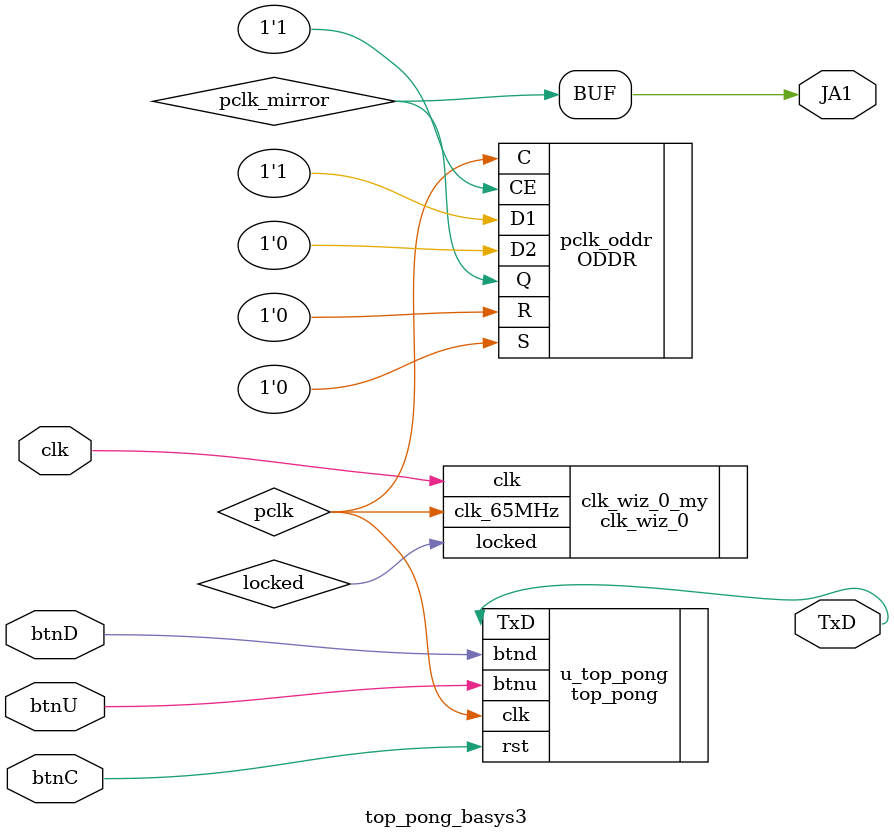
<source format=sv>

`timescale 1 ns / 1 ps

module top_pong_basys3 (
    input wire clk,
    input wire btnC,
    input wire btnD,
    input wire btnU,
    output wire JA1,
    output wire TxD
);


//Local variables and signals

wire pclk;
wire locked;
wire pclk_mirror;
wire btn_right;



//Signals assignments

assign JA1 = pclk_mirror;


//FPGA submodules placement

clk_wiz_0  clk_wiz_0_my(
    .clk(clk),
    .clk_65MHz(pclk),
    .locked(locked)
 );


ODDR pclk_oddr (
    .Q(pclk_mirror),
    .C(pclk),
    .CE(1'b1),
    .D1(1'b1),
    .D2(1'b0),
    .R(1'b0),
    .S(1'b0)
);


//Project functional top module
 

top_pong u_top_pong (
    //inputs
    .clk(pclk),
    .rst(btnC),
    .btnu(btnU),
    .btnd(btnD),
    //outputs
    .TxD(TxD)
);



endmodule

</source>
